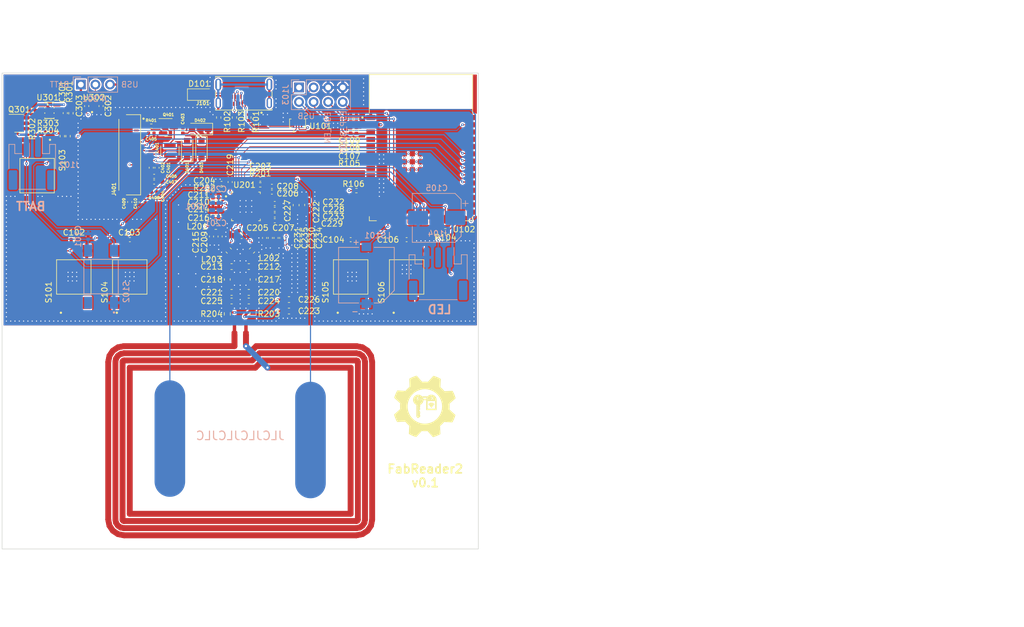
<source format=kicad_pcb>
(kicad_pcb (version 20211014) (generator pcbnew)

  (general
    (thickness 1.59)
  )

  (paper "A4")
  (layers
    (0 "F.Cu" signal)
    (1 "In1.Cu" power)
    (2 "In2.Cu" power)
    (31 "B.Cu" signal)
    (32 "B.Adhes" user "B.Adhesive")
    (33 "F.Adhes" user "F.Adhesive")
    (34 "B.Paste" user)
    (35 "F.Paste" user)
    (36 "B.SilkS" user "B.Silkscreen")
    (37 "F.SilkS" user "F.Silkscreen")
    (38 "B.Mask" user)
    (39 "F.Mask" user)
    (40 "Dwgs.User" user "User.Drawings")
    (41 "Cmts.User" user "User.Comments")
    (42 "Eco1.User" user "User.Eco1")
    (43 "Eco2.User" user "User.Eco2")
    (44 "Edge.Cuts" user)
    (45 "Margin" user)
    (46 "B.CrtYd" user "B.Courtyard")
    (47 "F.CrtYd" user "F.Courtyard")
    (48 "B.Fab" user)
    (49 "F.Fab" user)
    (50 "User.1" user)
    (51 "User.2" user)
    (52 "User.3" user)
    (53 "User.4" user)
    (54 "User.5" user)
    (55 "User.6" user)
    (56 "User.7" user)
    (57 "User.8" user)
    (58 "User.9" user)
  )

  (setup
    (stackup
      (layer "F.SilkS" (type "Top Silk Screen") (color "White"))
      (layer "F.Paste" (type "Top Solder Paste"))
      (layer "F.Mask" (type "Top Solder Mask") (color "Green") (thickness 0.01))
      (layer "F.Cu" (type "copper") (thickness 0.035))
      (layer "dielectric 1" (type "core") (thickness 0.2) (material "FR4") (epsilon_r 4.6) (loss_tangent 0.02))
      (layer "In1.Cu" (type "copper") (thickness 0.0175))
      (layer "dielectric 2" (type "prepreg") (thickness 1.065) (material "FR4") (epsilon_r 4.6) (loss_tangent 0.02))
      (layer "In2.Cu" (type "copper") (thickness 0.0175))
      (layer "dielectric 3" (type "core") (thickness 0.2) (material "FR4") (epsilon_r 4.6) (loss_tangent 0.02))
      (layer "B.Cu" (type "copper") (thickness 0.035))
      (layer "B.Mask" (type "Bottom Solder Mask") (color "Green") (thickness 0.01))
      (layer "B.Paste" (type "Bottom Solder Paste"))
      (layer "B.SilkS" (type "Bottom Silk Screen") (color "White"))
      (copper_finish "ENIG")
      (dielectric_constraints yes)
    )
    (pad_to_mask_clearance 0.05)
    (solder_mask_min_width 0.2)
    (pcbplotparams
      (layerselection 0x00010fc_ffffffff)
      (disableapertmacros false)
      (usegerberextensions true)
      (usegerberattributes true)
      (usegerberadvancedattributes true)
      (creategerberjobfile true)
      (svguseinch false)
      (svgprecision 6)
      (excludeedgelayer true)
      (plotframeref false)
      (viasonmask false)
      (mode 1)
      (useauxorigin false)
      (hpglpennumber 1)
      (hpglpenspeed 20)
      (hpglpendiameter 15.000000)
      (dxfpolygonmode true)
      (dxfimperialunits true)
      (dxfusepcbnewfont true)
      (psnegative false)
      (psa4output false)
      (plotreference true)
      (plotvalue false)
      (plotinvisibletext false)
      (sketchpadsonfab false)
      (subtractmaskfromsilk true)
      (outputformat 1)
      (mirror false)
      (drillshape 0)
      (scaleselection 1)
      (outputdirectory "out/")
    )
  )

  (net 0 "")
  (net 1 "Net-(AE202-Pad1)")
  (net 2 "Net-(AE202-Pad2)")
  (net 3 "GND")
  (net 4 "+3V3")
  (net 5 "Net-(C404-Pad2)")
  (net 6 "Net-(C405-Pad2)")
  (net 7 "Net-(C406-Pad2)")
  (net 8 "Net-(C407-Pad2)")
  (net 9 "Net-(C408-Pad2)")
  (net 10 "Net-(C409-Pad2)")
  (net 11 "+5V")
  (net 12 "USB_VBUS")
  (net 13 "MISO")
  (net 14 "MOSI")
  (net 15 "Net-(C209-Pad1)")
  (net 16 "Net-(C210-Pad1)")
  (net 17 "USB_D+")
  (net 18 "USB_D-")
  (net 19 "LED_DATA")
  (net 20 "+BATT")
  (net 21 "-BATT")
  (net 22 "SCLK")
  (net 23 "Net-(J401-Pad1)")
  (net 24 "unconnected-(J401-Pad6)")
  (net 25 "unconnected-(J401-Pad7)")
  (net 26 "DISP_BS")
  (net 27 "DISP_BUSY_N")
  (net 28 "DISP_RST")
  (net 29 "DISP_DC")
  (net 30 "DISP_SS_N")
  (net 31 "NFC_SS_N")
  (net 32 "NFC_IRQ")
  (net 33 "unconnected-(J401-Pad19)")
  (net 34 "BUZZER")
  (net 35 "unconnected-(Q301-Pad1)")
  (net 36 "Net-(Q301-Pad4)")
  (net 37 "Net-(Q301-Pad5)")
  (net 38 "unconnected-(S101-Pad2)")
  (net 39 "unconnected-(S101-Pad1)")
  (net 40 "SW1")
  (net 41 "unconnected-(S102-Pad2)")
  (net 42 "Net-(C410-Pad1)")
  (net 43 "SW5")
  (net 44 "unconnected-(J101-PadA2)")
  (net 45 "unconnected-(J101-PadA3)")
  (net 46 "unconnected-(S104-Pad2)")
  (net 47 "unconnected-(S104-Pad1)")
  (net 48 "SW2")
  (net 49 "unconnected-(S105-Pad2)")
  (net 50 "Net-(J101-PadA5)")
  (net 51 "SW3")
  (net 52 "unconnected-(J101-PadA8)")
  (net 53 "unconnected-(J101-PadA10)")
  (net 54 "SW4")
  (net 55 "ESP_EN")
  (net 56 "ESP_BOOT")
  (net 57 "unconnected-(J101-PadA11)")
  (net 58 "ESP_D-")
  (net 59 "ESP_D+")
  (net 60 "unconnected-(J101-PadB2)")
  (net 61 "SENSE_BAT")
  (net 62 "Net-(C212-Pad1)")
  (net 63 "/NFC/RFO1")
  (net 64 "/NFC/RFO2")
  (net 65 "/NFC/TRIM1_3")
  (net 66 "/NFC/TRIM2_3")
  (net 67 "/NFC/TRIM1_2")
  (net 68 "/NFC/TRIM2_2")
  (net 69 "Net-(R201-Pad2)")
  (net 70 "unconnected-(U201-Pad28)")
  (net 71 "Net-(R202-Pad2)")
  (net 72 "Net-(C213-Pad2)")
  (net 73 "Net-(C202-Pad2)")
  (net 74 "Net-(C201-Pad2)")
  (net 75 "/NFC/TRIM1_1")
  (net 76 "/NFC/TRIM2_1")
  (net 77 "/NFC/TRIM1_0")
  (net 78 "/NFC/TRIM2_0")
  (net 79 "/NFC/RFI1")
  (net 80 "/NFC/RFI2")
  (net 81 "Net-(C214-Pad1)")
  (net 82 "Net-(R302-Pad1)")
  (net 83 "unconnected-(U301-Pad4)")
  (net 84 "Net-(C301-Pad1)")
  (net 85 "Net-(AE201-Pad1)")
  (net 86 "Net-(AE201-Pad2)")
  (net 87 "Net-(C205-Pad1)")
  (net 88 "Net-(C206-Pad2)")
  (net 89 "TRIM1")
  (net 90 "TRIM2")
  (net 91 "Net-(C403-Pad1)")
  (net 92 "Net-(C403-Pad2)")
  (net 93 "unconnected-(J401-Pad4)")
  (net 94 "Net-(J401-Pad3)")
  (net 95 "unconnected-(J101-PadB3)")
  (net 96 "Net-(J101-PadB5)")
  (net 97 "unconnected-(J101-PadB8)")
  (net 98 "unconnected-(J101-PadB10)")
  (net 99 "unconnected-(J101-PadB11)")
  (net 100 "Net-(J101-PadS1)")
  (net 101 "Net-(J104-Pad2)")
  (net 102 "D+")
  (net 103 "D-")
  (net 104 "Net-(R106-Pad2)")
  (net 105 "Net-(S102-Pad3)")
  (net 106 "unconnected-(S103-Pad3)")
  (net 107 "unconnected-(S103-Pad4)")
  (net 108 "unconnected-(S105-Pad1)")
  (net 109 "unconnected-(S106-Pad1)")
  (net 110 "unconnected-(S106-Pad2)")
  (net 111 "unconnected-(U102-Pad9)")
  (net 112 "unconnected-(U102-Pad10)")
  (net 113 "unconnected-(U102-Pad12)")
  (net 114 "unconnected-(U102-Pad15)")
  (net 115 "unconnected-(U102-Pad17)")
  (net 116 "unconnected-(U102-Pad18)")
  (net 117 "unconnected-(U102-Pad19)")
  (net 118 "unconnected-(U102-Pad26)")
  (net 119 "unconnected-(U102-Pad28)")
  (net 120 "unconnected-(U102-Pad29)")
  (net 121 "unconnected-(U102-Pad30)")
  (net 122 "Net-(C302-Pad1)")
  (net 123 "unconnected-(U102-Pad38)")
  (net 124 "unconnected-(U101-Pad4)")
  (net 125 "unconnected-(U102-Pad36)")
  (net 126 "unconnected-(U102-Pad37)")

  (footprint "Capacitor_SMD:C_0402_1005Metric" (layer "F.Cu") (at 56.5 45 180))

  (footprint "Capacitor_SMD:C_0402_1005Metric" (layer "F.Cu") (at 77.52 52.75))

  (footprint "Resistor_SMD:R_0603_1608Metric" (layer "F.Cu") (at 73.75 69 -90))

  (footprint "Capacitor_SMD:C_0603_1608Metric" (layer "F.Cu") (at 73 66.75 180))

  (footprint "Capacitor_SMD:C_0402_1005Metric" (layer "F.Cu") (at 68 55.5 -90))

  (footprint "FH34SRJ-24S-0:HRS_FH34SRJ-24S-0.5SH(99)" (layer "F.Cu") (at 52.25 41.25 -90))

  (footprint "Package_TO_SOT_SMD:SOT-23-6" (layer "F.Cu") (at 33 35.75))

  (footprint "Capacitor_SMD:C_0402_1005Metric" (layer "F.Cu") (at 71.75 55.5))

  (footprint "NCP167BMX330TBG:REG_NCP167BMX330TBG" (layer "F.Cu") (at 46 32.75 90))

  (footprint "Resistor_SMD:R_0402_1005Metric" (layer "F.Cu") (at 35.25 33.5 180))

  (footprint "Resistor_SMD:R_0402_1005Metric" (layer "F.Cu") (at 67.75 34.75 -90))

  (footprint "ST25R3911B-AQFT:QFN50P500X500X100-33N" (layer "F.Cu") (at 72.5 50.25))

  (footprint "Resistor_SMD:R_0402_1005Metric" (layer "F.Cu") (at 56 36.25 180))

  (footprint "Capacitor_SMD:C_0402_1005Metric" (layer "F.Cu") (at 75 45.5 180))

  (footprint "Capacitor_SMD:C_0402_1005Metric" (layer "F.Cu") (at 66.75 51.77 90))

  (footprint "Capacitor_SMD:C_0402_1005Metric" (layer "F.Cu") (at 77.02 46.75 180))

  (footprint "Capacitor_SMD:C_0402_1005Metric" (layer "F.Cu") (at 66.75 49.25 -90))

  (footprint "Capacitor_SMD:C_0402_1005Metric" (layer "F.Cu") (at 61.5 37 -90))

  (footprint "Diode_SMD:D_SOD-123F" (layer "F.Cu") (at 64.5 36.75 180))

  (footprint "Diode_SMD:D_SOD-123F" (layer "F.Cu") (at 62.25 40.25 90))

  (footprint "Antenna:Antenna_NFC" (layer "F.Cu") (at 71 91 -90))

  (footprint "Capacitor_SMD:C_0402_1005Metric" (layer "F.Cu") (at 75.75 55.75 -90))

  (footprint "Resistor_SMD:R_0402_1005Metric" (layer "F.Cu") (at 75 46.5 180))

  (footprint "Resistor_SMD:R_0402_1005Metric" (layer "F.Cu") (at 91.75 37 90))

  (footprint "Capacitor_SMD:C_0402_1005Metric" (layer "F.Cu") (at 90.75 56.05 180))

  (footprint "Capacitor_SMD:C_0402_1005Metric" (layer "F.Cu") (at 90.75 37 -90))

  (footprint "Capacitor_SMD:C_0603_1608Metric" (layer "F.Cu") (at 73.75 63 -90))

  (footprint "Capacitor_SMD:C_0402_1005Metric" (layer "F.Cu") (at 78.75 55.75 -90))

  (footprint "Capacitor_SMD:C_0402_1005Metric" (layer "F.Cu") (at 41.01 33.98 -90))

  (footprint "Capacitor_SMD:C_0402_1005Metric" (layer "F.Cu") (at 76.75 55.75 -90))

  (footprint "Capacitor_SMD:C_0402_1005Metric" (layer "F.Cu") (at 100.5 56.05 180))

  (footprint "Capacitor_SMD:C_0402_1005Metric" (layer "F.Cu") (at 42.52 56.05 180))

  (footprint "Resistor_SMD:R_0402_1005Metric" (layer "F.Cu") (at 68.26 47.245))

  (footprint "Inductor_SMD:L_0603_1608Metric" (layer "F.Cu") (at 73.556847 57.943153 -135))

  (footprint "Resistor_SMD:R_0402_1005Metric" (layer "F.Cu") (at 91.75 47.5))

  (footprint "TS04-66-95-BK-260-SMT:SW_TS04-66-95-BK-260-SMT" (layer "F.Cu") (at 36.1 44.8875 -90))

  (footprint "Resistor_SMD:R_0402_1005Metric" (layer "F.Cu") (at 41.5 38 90))

  (footprint "ESP32-S3-WROOM-1-N16R2:XCVR_ESP32-S3-WROOM-1-N16R2" (layer "F.Cu") (at 103 40))

  (footprint "Capacitor_SMD:C_0603_1608Metric" (layer "F.Cu") (at 70 60.75 180))

  (footprint "Capacitor_SMD:C_0402_1005Metric" (layer "F.Cu") (at 91.75 35 90))

  (footprint "TS04-66-95-BK-260-SMT:SW_TS04-66-95-BK-260-SMT" (layer "F.Cu") (at 52.25 62.55 90))

  (footprint "Resistor_SMD:R_0402_1005Metric" (layer "F.Cu")
    (tedit 5F68FEEE) (tstamp 7bb92702-2bbb-4324-be02-2cb97633804d)
    (at 42 34 -90)
    (descr "Resistor SMD 0402 (1005 Metric), square (rectangular) end terminal, IPC_7351 nominal, (Body size source: IPC-SM-782 page 72, https://www.pcb-3d.com/wordpress/wp-content/uploads/ipc-sm-782a_amendment_1_and_2.pdf), generated with kicad-footprint-generator")
    (tags "resistor")
    (property "MANUFACTURER" "YAGEO")
    (property "MPN" "RC0402FR-07100RL")
    (property "Sheetfile" "power.kicad_sch")
    (property "Sheetname" "Powersupply")
    (path "/eb3fecf8-4fa7-43fa-aae0-ff9f0c13929a/07cc371a-da52-494e-81c2-e0c8ea20390c")
    (attr smd)
    (fp_text reference "R301" (at -3.75 0.25 90) (layer "F.SilkS")
      (effects (font (size 1 1) (thickness 0.15)))
      (tstamp 7517480a-e7d9-44aa-867b-bbac5926c927)
    )
    (fp_text value "100R" (at 0 1.17 90) (layer "F.Fab")
      (effects (font (size 1 1) (thickness 0.15)))
      (tstamp 955fd4ee-c484-4e5c-9520-e1f0bed04977)
    )
    (fp_text user "${REFERENCE}" (at 0 0 90) (layer "F.Fab")
      (effects (font (size 0.26 0.26) (thickness 0.04)))
      (tstamp d7f2cdfa-7124-419d-8a99-8c68770bfa20)
    )
    (fp_line (start -0.153641 0.38) (end 0.153641 0.38) (layer "F.SilkS") (width 0.12) (tstamp 03968e2d-b39a-4c22-9e26-b82ba5506666))
    (fp_line (start -0.153641 -0.38) (end 0.153641 -0.38) (layer "F.SilkS") (width 0.12) (tstamp 98661df6-13d9-4b66-bc2b-d647ffc947ca))
    (fp_line (start -0.93 0.47) (end -0.93 -0.47) (layer "F.CrtYd") (width 0.05) (tstamp 045d4b47-42b5-420b-a378-041af25111a7))
    (fp_line (
... [2111301 chars truncated]
</source>
